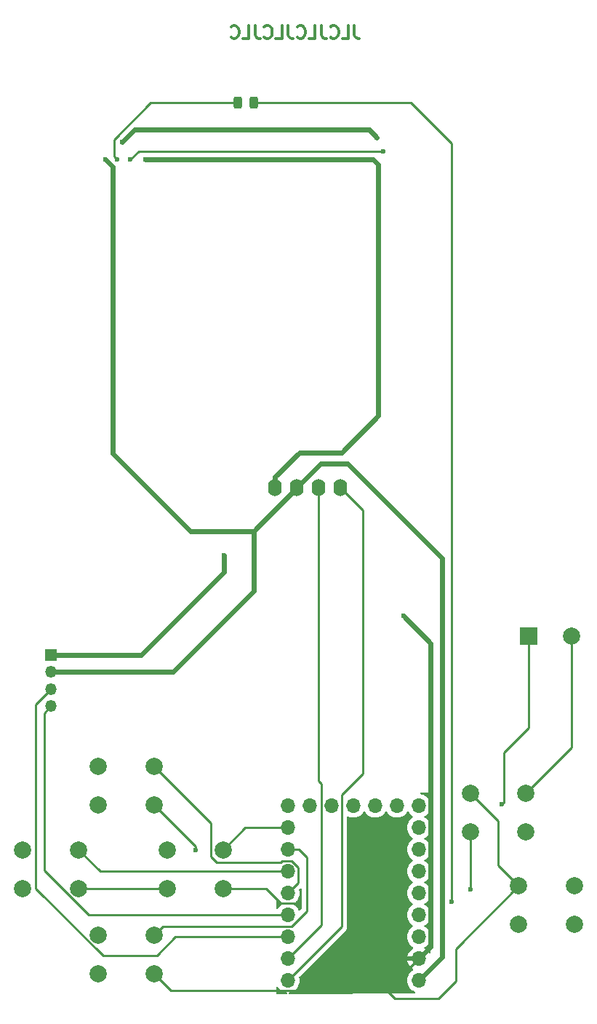
<source format=gbr>
G04 #@! TF.GenerationSoftware,KiCad,Pcbnew,8.0.5-8.0.5-0~ubuntu24.04.1*
G04 #@! TF.CreationDate,2024-09-29T10:35:44+09:00*
G04 #@! TF.ProjectId,gopher_pilot_rp2040_sw,676f7068-6572-45f7-9069-6c6f745f7270,rev?*
G04 #@! TF.SameCoordinates,Original*
G04 #@! TF.FileFunction,Copper,L2,Bot*
G04 #@! TF.FilePolarity,Positive*
%FSLAX46Y46*%
G04 Gerber Fmt 4.6, Leading zero omitted, Abs format (unit mm)*
G04 Created by KiCad (PCBNEW 8.0.5-8.0.5-0~ubuntu24.04.1) date 2024-09-29 10:35:44*
%MOMM*%
%LPD*%
G01*
G04 APERTURE LIST*
G04 Aperture macros list*
%AMRoundRect*
0 Rectangle with rounded corners*
0 $1 Rounding radius*
0 $2 $3 $4 $5 $6 $7 $8 $9 X,Y pos of 4 corners*
0 Add a 4 corners polygon primitive as box body*
4,1,4,$2,$3,$4,$5,$6,$7,$8,$9,$2,$3,0*
0 Add four circle primitives for the rounded corners*
1,1,$1+$1,$2,$3*
1,1,$1+$1,$4,$5*
1,1,$1+$1,$6,$7*
1,1,$1+$1,$8,$9*
0 Add four rect primitives between the rounded corners*
20,1,$1+$1,$2,$3,$4,$5,0*
20,1,$1+$1,$4,$5,$6,$7,0*
20,1,$1+$1,$6,$7,$8,$9,0*
20,1,$1+$1,$8,$9,$2,$3,0*%
G04 Aperture macros list end*
%ADD10C,0.300000*%
G04 #@! TA.AperFunction,NonConductor*
%ADD11C,0.300000*%
G04 #@! TD*
G04 #@! TA.AperFunction,ComponentPad*
%ADD12O,1.700000X1.700000*%
G04 #@! TD*
G04 #@! TA.AperFunction,ComponentPad*
%ADD13O,1.600000X2.000000*%
G04 #@! TD*
G04 #@! TA.AperFunction,ComponentPad*
%ADD14C,2.000000*%
G04 #@! TD*
G04 #@! TA.AperFunction,ComponentPad*
%ADD15R,1.350000X1.350000*%
G04 #@! TD*
G04 #@! TA.AperFunction,ComponentPad*
%ADD16O,1.350000X1.350000*%
G04 #@! TD*
G04 #@! TA.AperFunction,ComponentPad*
%ADD17R,2.000000X2.000000*%
G04 #@! TD*
G04 #@! TA.AperFunction,SMDPad,CuDef*
%ADD18RoundRect,0.243750X0.243750X0.456250X-0.243750X0.456250X-0.243750X-0.456250X0.243750X-0.456250X0*%
G04 #@! TD*
G04 #@! TA.AperFunction,ViaPad*
%ADD19C,0.600000*%
G04 #@! TD*
G04 #@! TA.AperFunction,Conductor*
%ADD20C,0.250000*%
G04 #@! TD*
G04 #@! TA.AperFunction,Conductor*
%ADD21C,0.600000*%
G04 #@! TD*
G04 APERTURE END LIST*
D10*
D11*
X123516917Y-57400828D02*
X123516917Y-58472257D01*
X123516917Y-58472257D02*
X123588346Y-58686542D01*
X123588346Y-58686542D02*
X123731203Y-58829400D01*
X123731203Y-58829400D02*
X123945489Y-58900828D01*
X123945489Y-58900828D02*
X124088346Y-58900828D01*
X122088346Y-58900828D02*
X122802632Y-58900828D01*
X122802632Y-58900828D02*
X122802632Y-57400828D01*
X120731203Y-58757971D02*
X120802631Y-58829400D01*
X120802631Y-58829400D02*
X121016917Y-58900828D01*
X121016917Y-58900828D02*
X121159774Y-58900828D01*
X121159774Y-58900828D02*
X121374060Y-58829400D01*
X121374060Y-58829400D02*
X121516917Y-58686542D01*
X121516917Y-58686542D02*
X121588346Y-58543685D01*
X121588346Y-58543685D02*
X121659774Y-58257971D01*
X121659774Y-58257971D02*
X121659774Y-58043685D01*
X121659774Y-58043685D02*
X121588346Y-57757971D01*
X121588346Y-57757971D02*
X121516917Y-57615114D01*
X121516917Y-57615114D02*
X121374060Y-57472257D01*
X121374060Y-57472257D02*
X121159774Y-57400828D01*
X121159774Y-57400828D02*
X121016917Y-57400828D01*
X121016917Y-57400828D02*
X120802631Y-57472257D01*
X120802631Y-57472257D02*
X120731203Y-57543685D01*
X119659774Y-57400828D02*
X119659774Y-58472257D01*
X119659774Y-58472257D02*
X119731203Y-58686542D01*
X119731203Y-58686542D02*
X119874060Y-58829400D01*
X119874060Y-58829400D02*
X120088346Y-58900828D01*
X120088346Y-58900828D02*
X120231203Y-58900828D01*
X118231203Y-58900828D02*
X118945489Y-58900828D01*
X118945489Y-58900828D02*
X118945489Y-57400828D01*
X116874060Y-58757971D02*
X116945488Y-58829400D01*
X116945488Y-58829400D02*
X117159774Y-58900828D01*
X117159774Y-58900828D02*
X117302631Y-58900828D01*
X117302631Y-58900828D02*
X117516917Y-58829400D01*
X117516917Y-58829400D02*
X117659774Y-58686542D01*
X117659774Y-58686542D02*
X117731203Y-58543685D01*
X117731203Y-58543685D02*
X117802631Y-58257971D01*
X117802631Y-58257971D02*
X117802631Y-58043685D01*
X117802631Y-58043685D02*
X117731203Y-57757971D01*
X117731203Y-57757971D02*
X117659774Y-57615114D01*
X117659774Y-57615114D02*
X117516917Y-57472257D01*
X117516917Y-57472257D02*
X117302631Y-57400828D01*
X117302631Y-57400828D02*
X117159774Y-57400828D01*
X117159774Y-57400828D02*
X116945488Y-57472257D01*
X116945488Y-57472257D02*
X116874060Y-57543685D01*
X115802631Y-57400828D02*
X115802631Y-58472257D01*
X115802631Y-58472257D02*
X115874060Y-58686542D01*
X115874060Y-58686542D02*
X116016917Y-58829400D01*
X116016917Y-58829400D02*
X116231203Y-58900828D01*
X116231203Y-58900828D02*
X116374060Y-58900828D01*
X114374060Y-58900828D02*
X115088346Y-58900828D01*
X115088346Y-58900828D02*
X115088346Y-57400828D01*
X113016917Y-58757971D02*
X113088345Y-58829400D01*
X113088345Y-58829400D02*
X113302631Y-58900828D01*
X113302631Y-58900828D02*
X113445488Y-58900828D01*
X113445488Y-58900828D02*
X113659774Y-58829400D01*
X113659774Y-58829400D02*
X113802631Y-58686542D01*
X113802631Y-58686542D02*
X113874060Y-58543685D01*
X113874060Y-58543685D02*
X113945488Y-58257971D01*
X113945488Y-58257971D02*
X113945488Y-58043685D01*
X113945488Y-58043685D02*
X113874060Y-57757971D01*
X113874060Y-57757971D02*
X113802631Y-57615114D01*
X113802631Y-57615114D02*
X113659774Y-57472257D01*
X113659774Y-57472257D02*
X113445488Y-57400828D01*
X113445488Y-57400828D02*
X113302631Y-57400828D01*
X113302631Y-57400828D02*
X113088345Y-57472257D01*
X113088345Y-57472257D02*
X113016917Y-57543685D01*
X111945488Y-57400828D02*
X111945488Y-58472257D01*
X111945488Y-58472257D02*
X112016917Y-58686542D01*
X112016917Y-58686542D02*
X112159774Y-58829400D01*
X112159774Y-58829400D02*
X112374060Y-58900828D01*
X112374060Y-58900828D02*
X112516917Y-58900828D01*
X110516917Y-58900828D02*
X111231203Y-58900828D01*
X111231203Y-58900828D02*
X111231203Y-57400828D01*
X109159774Y-58757971D02*
X109231202Y-58829400D01*
X109231202Y-58829400D02*
X109445488Y-58900828D01*
X109445488Y-58900828D02*
X109588345Y-58900828D01*
X109588345Y-58900828D02*
X109802631Y-58829400D01*
X109802631Y-58829400D02*
X109945488Y-58686542D01*
X109945488Y-58686542D02*
X110016917Y-58543685D01*
X110016917Y-58543685D02*
X110088345Y-58257971D01*
X110088345Y-58257971D02*
X110088345Y-58043685D01*
X110088345Y-58043685D02*
X110016917Y-57757971D01*
X110016917Y-57757971D02*
X109945488Y-57615114D01*
X109945488Y-57615114D02*
X109802631Y-57472257D01*
X109802631Y-57472257D02*
X109588345Y-57400828D01*
X109588345Y-57400828D02*
X109445488Y-57400828D01*
X109445488Y-57400828D02*
X109231202Y-57472257D01*
X109231202Y-57472257D02*
X109159774Y-57543685D01*
D12*
X115760000Y-168500000D03*
X115760000Y-165960000D03*
X115760000Y-163420000D03*
X115760000Y-160880000D03*
X115760000Y-158340000D03*
X115760000Y-155800000D03*
X115760000Y-153260000D03*
X115760000Y-150720000D03*
X115760000Y-148180000D03*
X118300000Y-148180000D03*
X120840000Y-148180000D03*
X123380000Y-148180000D03*
X125920000Y-148180000D03*
X128460000Y-148180000D03*
X131000000Y-148180000D03*
X131000000Y-150720000D03*
X131000000Y-153260000D03*
X131000000Y-155800000D03*
X131000000Y-158340000D03*
X131000000Y-160880000D03*
X131000000Y-163420000D03*
X131000000Y-165960000D03*
X131000000Y-168500000D03*
D13*
X114280000Y-111200000D03*
X116820000Y-111200000D03*
X119360000Y-111200000D03*
X121900000Y-111200000D03*
D14*
X137000000Y-146700000D03*
X143500000Y-146700000D03*
X137000000Y-151200000D03*
X143500000Y-151200000D03*
X84900000Y-153300000D03*
X91400000Y-153300000D03*
X84900000Y-157800000D03*
X91400000Y-157800000D03*
X93700000Y-163200000D03*
X100200000Y-163200000D03*
X93700000Y-167700000D03*
X100200000Y-167700000D03*
D15*
X88200000Y-130600000D03*
D16*
X88200000Y-132600000D03*
X88200000Y-134600000D03*
X88200000Y-136600000D03*
D14*
X93700000Y-143600000D03*
X100200000Y-143600000D03*
X93700000Y-148100000D03*
X100200000Y-148100000D03*
X101700000Y-153300000D03*
X108200000Y-153300000D03*
X101700000Y-157800000D03*
X108200000Y-157800000D03*
X142600000Y-157500000D03*
X149100000Y-157500000D03*
X142600000Y-162000000D03*
X149100000Y-162000000D03*
D17*
X143800000Y-128400000D03*
D14*
X148800000Y-128400000D03*
D18*
X111800000Y-66400000D03*
X109925000Y-66400000D03*
D19*
X126300000Y-73600000D03*
X108300000Y-119000000D03*
X117000000Y-159500000D03*
X129200000Y-126100000D03*
X99200000Y-73000000D03*
X105000000Y-153300000D03*
X94488000Y-72961500D03*
X96431100Y-70980300D03*
X126136400Y-70408800D03*
X95859600Y-72961500D03*
X97409000Y-72999600D03*
X126885700Y-72034400D03*
X140700000Y-148000000D03*
X134800000Y-159300000D03*
X137000000Y-157900000D03*
D20*
X140200000Y-155100000D02*
X142600000Y-157500000D01*
X143500000Y-146700000D02*
X148800000Y-141400000D01*
X142600000Y-157500000D02*
X135300000Y-164800000D01*
X115115000Y-159515000D02*
X116985000Y-159515000D01*
X113200000Y-157800000D02*
X114900000Y-159500000D01*
X135300000Y-168600000D02*
X133300000Y-170600000D01*
X115100000Y-159500000D02*
X115115000Y-159515000D01*
D21*
X122000000Y-107100000D02*
X117100000Y-107100000D01*
D20*
X140200000Y-149900000D02*
X140200000Y-155100000D01*
X91400000Y-157800000D02*
X99800000Y-157800000D01*
X127285000Y-169675000D02*
X131000000Y-165960000D01*
D21*
X117100000Y-107100000D02*
X114280000Y-109920000D01*
D20*
X108200000Y-157800000D02*
X113200000Y-157800000D01*
X116985000Y-159515000D02*
X117000000Y-159500000D01*
X99800000Y-157800000D02*
X101700000Y-157800000D01*
D21*
X114280000Y-109920000D02*
X114280000Y-111200000D01*
D20*
X102175000Y-169675000D02*
X127285000Y-169675000D01*
X100200000Y-148100000D02*
X105000000Y-152900000D01*
D21*
X132350000Y-129250000D02*
X132350000Y-164610000D01*
X108300000Y-119000000D02*
X108300000Y-121000000D01*
X99200000Y-73000000D02*
X125700000Y-73000000D01*
D20*
X128210000Y-170600000D02*
X127285000Y-169675000D01*
D21*
X108300000Y-121000000D02*
X98700000Y-130600000D01*
D20*
X114900000Y-159500000D02*
X115100000Y-159500000D01*
X100200000Y-167700000D02*
X102175000Y-169675000D01*
X135300000Y-164800000D02*
X135300000Y-168600000D01*
X137000000Y-146700000D02*
X140200000Y-149900000D01*
D21*
X132350000Y-164610000D02*
X131000000Y-165960000D01*
D20*
X148800000Y-141400000D02*
X148800000Y-128400000D01*
D21*
X126300000Y-102800000D02*
X122000000Y-107100000D01*
X126300000Y-73600000D02*
X126300000Y-102800000D01*
X129200000Y-126100000D02*
X132350000Y-129250000D01*
D20*
X105000000Y-152900000D02*
X105000000Y-153300000D01*
D21*
X125700000Y-73000000D02*
X126300000Y-73600000D01*
X98700000Y-130600000D02*
X88200000Y-130600000D01*
D20*
X133300000Y-170600000D02*
X128210000Y-170600000D01*
D21*
X116820000Y-111420000D02*
X116820000Y-111200000D01*
X133700000Y-165800000D02*
X131000000Y-168500000D01*
X96431100Y-70980300D02*
X96431100Y-70968900D01*
X95400000Y-73800000D02*
X94561500Y-72961500D01*
X95400000Y-107200000D02*
X104420000Y-116220000D01*
X97900000Y-69500000D02*
X125227600Y-69500000D01*
X111800000Y-116220000D02*
X116820000Y-111200000D01*
X111800000Y-123200000D02*
X102400000Y-132600000D01*
X95400000Y-107200000D02*
X95400000Y-73800000D01*
X116820000Y-111200000D02*
X119620000Y-108400000D01*
X102400000Y-132600000D02*
X88200000Y-132600000D01*
X125227600Y-69500000D02*
X126136400Y-70408800D01*
X122700000Y-108400000D02*
X133700000Y-119400000D01*
X104420000Y-116220000D02*
X111800000Y-116220000D01*
X111800000Y-116220000D02*
X111800000Y-123200000D01*
X94561500Y-72961500D02*
X94488000Y-72961500D01*
X133700000Y-119400000D02*
X133700000Y-165800000D01*
X96431100Y-70968900D02*
X97900000Y-69500000D01*
X119620000Y-108400000D02*
X122700000Y-108400000D01*
D20*
X99800000Y-66400000D02*
X109925000Y-66400000D01*
X95500000Y-72601900D02*
X95859600Y-72961500D01*
X95500000Y-70700000D02*
X95500000Y-72601900D01*
X95500000Y-70700000D02*
X99800000Y-66400000D01*
X97409000Y-72999600D02*
X98374200Y-72034400D01*
X98374200Y-72034400D02*
X126885700Y-72034400D01*
X122015000Y-162245000D02*
X115760000Y-168500000D01*
X122015000Y-146885001D02*
X122015000Y-162245000D01*
X124468346Y-113768346D02*
X124468346Y-144431655D01*
X124468346Y-144431655D02*
X122015000Y-146885001D01*
X121900000Y-111200000D02*
X124468346Y-113768346D01*
X119665000Y-145635000D02*
X119665000Y-162055000D01*
X119360000Y-142200000D02*
X119360000Y-142240000D01*
X119360000Y-145260000D02*
X119700000Y-145600000D01*
X115760000Y-165960000D02*
X119665000Y-162055000D01*
X119360000Y-111200000D02*
X119360000Y-142100000D01*
X119700000Y-145600000D02*
X119665000Y-145635000D01*
X119360000Y-142100000D02*
X119360000Y-142200000D01*
X119360000Y-142100000D02*
X119360000Y-145260000D01*
X86400000Y-157773833D02*
X94226167Y-165600000D01*
X100500000Y-165600000D02*
X102680000Y-163420000D01*
X86400000Y-136400000D02*
X86400000Y-157773833D01*
X88200000Y-134600000D02*
X86400000Y-136400000D01*
X94226167Y-165600000D02*
X100500000Y-165600000D01*
X102680000Y-163420000D02*
X115760000Y-163420000D01*
X87400000Y-155673833D02*
X87400000Y-137400000D01*
X92606167Y-160880000D02*
X115760000Y-160880000D01*
X87400000Y-137400000D02*
X88200000Y-136600000D01*
X87400000Y-155673833D02*
X92606167Y-160880000D01*
X140700000Y-148000000D02*
X140900000Y-147800000D01*
X140900000Y-147800000D02*
X140900000Y-142000000D01*
X143800000Y-139100000D02*
X143800000Y-128400000D01*
X140900000Y-142000000D02*
X143800000Y-139100000D01*
X134800000Y-71100000D02*
X134800000Y-159300000D01*
X111800000Y-66400000D02*
X130100000Y-66400000D01*
X130200000Y-66500000D02*
X134800000Y-71100000D01*
X130100000Y-66400000D02*
X130200000Y-66500000D01*
X116221701Y-154600000D02*
X117000000Y-155378299D01*
X106800000Y-154100000D02*
X107500000Y-154800000D01*
X107500000Y-154800000D02*
X114908299Y-154800000D01*
X115108299Y-154600000D02*
X116221701Y-154600000D01*
X100200000Y-143600000D02*
X106800000Y-150200000D01*
X117000000Y-157100000D02*
X115760000Y-158340000D01*
X114908299Y-154800000D02*
X115108299Y-154600000D01*
X106800000Y-150200000D02*
X106800000Y-154100000D01*
X117000000Y-155378299D02*
X117000000Y-157100000D01*
X93900000Y-155800000D02*
X91400000Y-153300000D01*
X115760000Y-155800000D02*
X93900000Y-155800000D01*
X116200000Y-162200000D02*
X118000000Y-160400000D01*
X101200000Y-162200000D02*
X116200000Y-162200000D01*
X118000000Y-154200000D02*
X117060000Y-153260000D01*
X100200000Y-163200000D02*
X101200000Y-162200000D01*
X117060000Y-153260000D02*
X115760000Y-153260000D01*
X118000000Y-160400000D02*
X118000000Y-154200000D01*
X115760000Y-150720000D02*
X110780000Y-150720000D01*
X110780000Y-150720000D02*
X108200000Y-153300000D01*
X137000000Y-157900000D02*
X137000000Y-151200000D01*
G04 #@! TA.AperFunction,Conductor*
G36*
X114605203Y-169224943D02*
G01*
X114627804Y-169250829D01*
X114684278Y-169337268D01*
X114684283Y-169337273D01*
X114684284Y-169337276D01*
X114836756Y-169502902D01*
X114836760Y-169502906D01*
X115014424Y-169641189D01*
X115014425Y-169641189D01*
X115014427Y-169641191D01*
X115141135Y-169709761D01*
X115212426Y-169748342D01*
X115318895Y-169784893D01*
X115425361Y-169821443D01*
X115425363Y-169821443D01*
X115425365Y-169821444D01*
X115566188Y-169844943D01*
X115579995Y-169847247D01*
X115642880Y-169877698D01*
X115679319Y-169937312D01*
X115677744Y-170007164D01*
X115638654Y-170065076D01*
X115574461Y-170092661D01*
X115560274Y-170093554D01*
X114524689Y-170099307D01*
X114457541Y-170079995D01*
X114411494Y-170027446D01*
X114400000Y-169975309D01*
X114400000Y-169318656D01*
X114419685Y-169251617D01*
X114472489Y-169205862D01*
X114541647Y-169195918D01*
X114605203Y-169224943D01*
G37*
G04 #@! TD.AperFunction*
G04 #@! TA.AperFunction,Conductor*
G36*
X129811905Y-148853515D02*
G01*
X129833804Y-148878787D01*
X129924278Y-149017268D01*
X129924283Y-149017273D01*
X129924284Y-149017276D01*
X130076756Y-149182902D01*
X130076760Y-149182906D01*
X130254424Y-149321189D01*
X130254429Y-149321191D01*
X130254431Y-149321193D01*
X130290930Y-149340946D01*
X130340520Y-149390165D01*
X130355628Y-149458382D01*
X130331457Y-149523937D01*
X130290930Y-149559054D01*
X130254431Y-149578806D01*
X130254422Y-149578812D01*
X130076761Y-149717092D01*
X130076756Y-149717097D01*
X129924284Y-149882723D01*
X129924276Y-149882734D01*
X129801140Y-150071207D01*
X129710703Y-150277385D01*
X129655436Y-150495628D01*
X129655434Y-150495640D01*
X129636844Y-150719994D01*
X129636844Y-150720005D01*
X129655434Y-150944359D01*
X129655436Y-150944371D01*
X129710703Y-151162614D01*
X129801140Y-151368792D01*
X129924276Y-151557265D01*
X129924284Y-151557276D01*
X130076756Y-151722902D01*
X130076760Y-151722906D01*
X130254424Y-151861189D01*
X130254429Y-151861191D01*
X130254431Y-151861193D01*
X130290930Y-151880946D01*
X130340520Y-151930165D01*
X130355628Y-151998382D01*
X130331457Y-152063937D01*
X130290930Y-152099054D01*
X130254431Y-152118806D01*
X130254422Y-152118812D01*
X130076761Y-152257092D01*
X130076756Y-152257097D01*
X129924284Y-152422723D01*
X129924276Y-152422734D01*
X129801140Y-152611207D01*
X129710703Y-152817385D01*
X129655436Y-153035628D01*
X129655434Y-153035640D01*
X129636844Y-153259994D01*
X129636844Y-153260005D01*
X129655434Y-153484359D01*
X129655436Y-153484371D01*
X129710703Y-153702614D01*
X129801140Y-153908792D01*
X129924276Y-154097265D01*
X129924284Y-154097276D01*
X130076756Y-154262902D01*
X130076760Y-154262906D01*
X130254424Y-154401189D01*
X130254429Y-154401191D01*
X130254431Y-154401193D01*
X130290930Y-154420946D01*
X130340520Y-154470165D01*
X130355628Y-154538382D01*
X130331457Y-154603937D01*
X130290930Y-154639054D01*
X130254431Y-154658806D01*
X130254422Y-154658812D01*
X130076761Y-154797092D01*
X130076756Y-154797097D01*
X129924284Y-154962723D01*
X129924276Y-154962734D01*
X129801140Y-155151207D01*
X129710703Y-155357385D01*
X129655436Y-155575628D01*
X129655434Y-155575640D01*
X129636844Y-155799994D01*
X129636844Y-155800005D01*
X129655434Y-156024359D01*
X129655436Y-156024371D01*
X129710703Y-156242614D01*
X129801140Y-156448792D01*
X129924276Y-156637265D01*
X129924284Y-156637276D01*
X130076756Y-156802902D01*
X130076760Y-156802906D01*
X130254424Y-156941189D01*
X130254429Y-156941191D01*
X130254431Y-156941193D01*
X130290930Y-156960946D01*
X130340520Y-157010165D01*
X130355628Y-157078382D01*
X130331457Y-157143937D01*
X130290930Y-157179054D01*
X130254431Y-157198806D01*
X130254422Y-157198812D01*
X130076761Y-157337092D01*
X130076756Y-157337097D01*
X129924284Y-157502723D01*
X129924276Y-157502734D01*
X129801140Y-157691207D01*
X129710703Y-157897385D01*
X129655436Y-158115628D01*
X129655434Y-158115640D01*
X129636844Y-158339994D01*
X129636844Y-158340005D01*
X129655434Y-158564359D01*
X129655436Y-158564371D01*
X129710703Y-158782614D01*
X129801140Y-158988792D01*
X129924276Y-159177265D01*
X129924284Y-159177276D01*
X130076756Y-159342902D01*
X130076760Y-159342906D01*
X130254424Y-159481189D01*
X130254429Y-159481191D01*
X130254431Y-159481193D01*
X130290930Y-159500946D01*
X130340520Y-159550165D01*
X130355628Y-159618382D01*
X130331457Y-159683937D01*
X130290930Y-159719054D01*
X130254431Y-159738806D01*
X130254422Y-159738812D01*
X130076761Y-159877092D01*
X130076756Y-159877097D01*
X129924284Y-160042723D01*
X129924276Y-160042734D01*
X129801140Y-160231207D01*
X129710703Y-160437385D01*
X129655436Y-160655628D01*
X129655434Y-160655640D01*
X129636844Y-160879994D01*
X129636844Y-160880005D01*
X129655434Y-161104359D01*
X129655436Y-161104371D01*
X129710703Y-161322614D01*
X129801140Y-161528792D01*
X129924276Y-161717265D01*
X129924284Y-161717276D01*
X130027056Y-161828914D01*
X130076760Y-161882906D01*
X130254424Y-162021189D01*
X130254429Y-162021191D01*
X130254431Y-162021193D01*
X130290930Y-162040946D01*
X130340520Y-162090165D01*
X130355628Y-162158382D01*
X130331457Y-162223937D01*
X130290930Y-162259054D01*
X130254431Y-162278806D01*
X130254422Y-162278812D01*
X130076761Y-162417092D01*
X130076756Y-162417097D01*
X129924284Y-162582723D01*
X129924276Y-162582734D01*
X129801140Y-162771207D01*
X129710703Y-162977385D01*
X129655436Y-163195628D01*
X129655434Y-163195640D01*
X129636844Y-163419994D01*
X129636844Y-163420005D01*
X129655434Y-163644359D01*
X129655436Y-163644371D01*
X129710703Y-163862614D01*
X129801140Y-164068792D01*
X129924276Y-164257265D01*
X129924284Y-164257276D01*
X130076756Y-164422902D01*
X130076760Y-164422906D01*
X130254424Y-164561189D01*
X130290932Y-164580946D01*
X130297695Y-164584606D01*
X130347286Y-164633825D01*
X130362394Y-164702042D01*
X130338224Y-164767597D01*
X130309802Y-164795236D01*
X130128922Y-164921890D01*
X130128920Y-164921891D01*
X129961891Y-165088920D01*
X129961886Y-165088926D01*
X129826400Y-165282420D01*
X129826399Y-165282422D01*
X129726570Y-165496507D01*
X129726567Y-165496513D01*
X129669364Y-165709999D01*
X129669364Y-165710000D01*
X130566988Y-165710000D01*
X130534075Y-165767007D01*
X130500000Y-165894174D01*
X130500000Y-166025826D01*
X130534075Y-166152993D01*
X130566988Y-166210000D01*
X129669364Y-166210000D01*
X129726567Y-166423486D01*
X129726570Y-166423492D01*
X129826399Y-166637578D01*
X129961894Y-166831082D01*
X130128917Y-166998105D01*
X130309802Y-167124763D01*
X130353427Y-167179340D01*
X130360619Y-167248839D01*
X130329097Y-167311193D01*
X130297697Y-167335392D01*
X130254427Y-167358809D01*
X130254422Y-167358812D01*
X130076761Y-167497092D01*
X130076756Y-167497097D01*
X129924284Y-167662723D01*
X129924276Y-167662734D01*
X129801140Y-167851207D01*
X129710703Y-168057385D01*
X129655436Y-168275628D01*
X129655434Y-168275640D01*
X129636844Y-168499994D01*
X129636844Y-168500005D01*
X129655434Y-168724359D01*
X129655436Y-168724371D01*
X129710703Y-168942614D01*
X129801140Y-169148792D01*
X129924276Y-169337265D01*
X129924284Y-169337276D01*
X130076756Y-169502902D01*
X130076760Y-169502906D01*
X130254424Y-169641189D01*
X130254425Y-169641189D01*
X130254427Y-169641191D01*
X130381135Y-169709761D01*
X130452426Y-169748342D01*
X130496504Y-169763474D01*
X130513821Y-169769419D01*
X130570837Y-169809804D01*
X130596968Y-169874603D01*
X130583917Y-169943243D01*
X130535828Y-169993931D01*
X130474248Y-170010698D01*
X115974907Y-170091250D01*
X115907759Y-170071938D01*
X115861712Y-170019389D01*
X115851384Y-169950287D01*
X115880055Y-169886571D01*
X115938623Y-169848471D01*
X115953800Y-169844944D01*
X116094635Y-169821444D01*
X116307574Y-169748342D01*
X116505576Y-169641189D01*
X116683240Y-169502906D01*
X116835722Y-169337268D01*
X116958860Y-169148791D01*
X117049296Y-168942616D01*
X117104564Y-168724368D01*
X117123156Y-168500000D01*
X117104564Y-168275632D01*
X117076538Y-168164960D01*
X117079163Y-168095140D01*
X117109061Y-168046841D01*
X122507071Y-162648833D01*
X122576400Y-162545075D01*
X122624155Y-162429785D01*
X122648500Y-162307394D01*
X122648500Y-162182606D01*
X122648500Y-149536905D01*
X122668185Y-149469866D01*
X122720989Y-149424111D01*
X122790147Y-149414167D01*
X122827606Y-149426557D01*
X122827728Y-149426281D01*
X122830664Y-149427569D01*
X122831521Y-149427852D01*
X122832426Y-149428342D01*
X123045365Y-149501444D01*
X123267431Y-149538500D01*
X123492569Y-149538500D01*
X123714635Y-149501444D01*
X123927574Y-149428342D01*
X124125576Y-149321189D01*
X124303240Y-149182906D01*
X124455722Y-149017268D01*
X124546193Y-148878790D01*
X124599338Y-148833437D01*
X124668569Y-148824013D01*
X124731905Y-148853515D01*
X124753804Y-148878787D01*
X124844278Y-149017268D01*
X124844283Y-149017273D01*
X124844284Y-149017276D01*
X124996756Y-149182902D01*
X124996760Y-149182906D01*
X125174424Y-149321189D01*
X125174425Y-149321189D01*
X125174427Y-149321191D01*
X125275824Y-149376064D01*
X125372426Y-149428342D01*
X125585365Y-149501444D01*
X125807431Y-149538500D01*
X126032569Y-149538500D01*
X126254635Y-149501444D01*
X126467574Y-149428342D01*
X126665576Y-149321189D01*
X126843240Y-149182906D01*
X126995722Y-149017268D01*
X127086193Y-148878790D01*
X127139338Y-148833437D01*
X127208569Y-148824013D01*
X127271905Y-148853515D01*
X127293804Y-148878787D01*
X127384278Y-149017268D01*
X127384283Y-149017273D01*
X127384284Y-149017276D01*
X127536756Y-149182902D01*
X127536760Y-149182906D01*
X127714424Y-149321189D01*
X127714425Y-149321189D01*
X127714427Y-149321191D01*
X127815824Y-149376064D01*
X127912426Y-149428342D01*
X128125365Y-149501444D01*
X128347431Y-149538500D01*
X128572569Y-149538500D01*
X128794635Y-149501444D01*
X129007574Y-149428342D01*
X129205576Y-149321189D01*
X129383240Y-149182906D01*
X129535722Y-149017268D01*
X129626193Y-148878790D01*
X129679338Y-148833437D01*
X129748569Y-148824013D01*
X129811905Y-148853515D01*
G37*
G04 #@! TD.AperFunction*
G04 #@! TA.AperFunction,Conductor*
G36*
X132357905Y-164084332D02*
G01*
X132395236Y-164143393D01*
X132400000Y-164177432D01*
X132400000Y-165212476D01*
X132380315Y-165279515D01*
X132327511Y-165325270D01*
X132258353Y-165335214D01*
X132194797Y-165306189D01*
X132174425Y-165283600D01*
X132038109Y-165088922D01*
X132038108Y-165088920D01*
X131871082Y-164921894D01*
X131690197Y-164795236D01*
X131646572Y-164740659D01*
X131639380Y-164671160D01*
X131670902Y-164608806D01*
X131702300Y-164584608D01*
X131745576Y-164561189D01*
X131923240Y-164422906D01*
X132075722Y-164257268D01*
X132172192Y-164109608D01*
X132225338Y-164064254D01*
X132294569Y-164054830D01*
X132357905Y-164084332D01*
G37*
G04 #@! TD.AperFunction*
G04 #@! TA.AperFunction,Conductor*
G36*
X132357905Y-161544332D02*
G01*
X132395236Y-161603393D01*
X132400000Y-161637432D01*
X132400000Y-162662567D01*
X132380315Y-162729606D01*
X132327511Y-162775361D01*
X132258353Y-162785305D01*
X132194797Y-162756280D01*
X132172192Y-162730389D01*
X132089508Y-162603833D01*
X132075722Y-162582732D01*
X132075719Y-162582729D01*
X132075715Y-162582723D01*
X131923243Y-162417097D01*
X131923238Y-162417092D01*
X131745577Y-162278812D01*
X131745578Y-162278812D01*
X131745576Y-162278811D01*
X131709070Y-162259055D01*
X131659479Y-162209836D01*
X131644371Y-162141619D01*
X131668541Y-162076064D01*
X131709070Y-162040945D01*
X131709084Y-162040936D01*
X131745576Y-162021189D01*
X131923240Y-161882906D01*
X132022614Y-161774957D01*
X132075715Y-161717276D01*
X132075715Y-161717275D01*
X132075722Y-161717268D01*
X132172192Y-161569608D01*
X132225338Y-161524254D01*
X132294569Y-161514830D01*
X132357905Y-161544332D01*
G37*
G04 #@! TD.AperFunction*
G04 #@! TA.AperFunction,Conductor*
G36*
X117285834Y-157812583D02*
G01*
X117341767Y-157854455D01*
X117366184Y-157919919D01*
X117366500Y-157928765D01*
X117366500Y-158278682D01*
X117347125Y-158344661D01*
X117363956Y-158376327D01*
X117366500Y-158401317D01*
X117366500Y-160086233D01*
X117346815Y-160153272D01*
X117330181Y-160173915D01*
X117182939Y-160321156D01*
X117121616Y-160354640D01*
X117051924Y-160349656D01*
X116995991Y-160307784D01*
X116981702Y-160283283D01*
X116958860Y-160231209D01*
X116927981Y-160183945D01*
X116835722Y-160042732D01*
X116835719Y-160042729D01*
X116835715Y-160042723D01*
X116683243Y-159877097D01*
X116683238Y-159877092D01*
X116505577Y-159738812D01*
X116505578Y-159738812D01*
X116505576Y-159738811D01*
X116469070Y-159719055D01*
X116419479Y-159669836D01*
X116404371Y-159601619D01*
X116428541Y-159536064D01*
X116469070Y-159500945D01*
X116469084Y-159500936D01*
X116505576Y-159481189D01*
X116683240Y-159342906D01*
X116835722Y-159177268D01*
X116958860Y-158988791D01*
X117049296Y-158782616D01*
X117104564Y-158564368D01*
X117118924Y-158391077D01*
X117139325Y-158338206D01*
X117123523Y-158313617D01*
X117118924Y-158288922D01*
X117104565Y-158115640D01*
X117104564Y-158115637D01*
X117104564Y-158115632D01*
X117076538Y-158004960D01*
X117079163Y-157935141D01*
X117109063Y-157886840D01*
X117154819Y-157841084D01*
X117216142Y-157807599D01*
X117285834Y-157812583D01*
G37*
G04 #@! TD.AperFunction*
G04 #@! TA.AperFunction,Conductor*
G36*
X132357905Y-159004332D02*
G01*
X132395236Y-159063393D01*
X132400000Y-159097432D01*
X132400000Y-160122567D01*
X132380315Y-160189606D01*
X132327511Y-160235361D01*
X132258353Y-160245305D01*
X132194797Y-160216280D01*
X132172192Y-160190389D01*
X132075723Y-160042734D01*
X132075715Y-160042723D01*
X131923243Y-159877097D01*
X131923238Y-159877092D01*
X131745577Y-159738812D01*
X131745578Y-159738812D01*
X131745576Y-159738811D01*
X131709070Y-159719055D01*
X131659479Y-159669836D01*
X131644371Y-159601619D01*
X131668541Y-159536064D01*
X131709070Y-159500945D01*
X131709084Y-159500936D01*
X131745576Y-159481189D01*
X131923240Y-159342906D01*
X132075722Y-159177268D01*
X132172192Y-159029608D01*
X132225338Y-158984254D01*
X132294569Y-158974830D01*
X132357905Y-159004332D01*
G37*
G04 #@! TD.AperFunction*
G04 #@! TA.AperFunction,Conductor*
G36*
X114605203Y-159064943D02*
G01*
X114627804Y-159090829D01*
X114684278Y-159177268D01*
X114684283Y-159177273D01*
X114684284Y-159177276D01*
X114836756Y-159342902D01*
X114836760Y-159342906D01*
X115014424Y-159481189D01*
X115014429Y-159481191D01*
X115014431Y-159481193D01*
X115050930Y-159500946D01*
X115100520Y-159550165D01*
X115115628Y-159618382D01*
X115091457Y-159683937D01*
X115050930Y-159719054D01*
X115014431Y-159738806D01*
X115014422Y-159738812D01*
X114836761Y-159877092D01*
X114836756Y-159877097D01*
X114684284Y-160042723D01*
X114684276Y-160042734D01*
X114627808Y-160129165D01*
X114574662Y-160174522D01*
X114505430Y-160183945D01*
X114442095Y-160154443D01*
X114404763Y-160095382D01*
X114400000Y-160061343D01*
X114400000Y-159158656D01*
X114419685Y-159091617D01*
X114472489Y-159045862D01*
X114541647Y-159035918D01*
X114605203Y-159064943D01*
G37*
G04 #@! TD.AperFunction*
G04 #@! TA.AperFunction,Conductor*
G36*
X132357905Y-156464332D02*
G01*
X132395236Y-156523393D01*
X132400000Y-156557432D01*
X132400000Y-157582567D01*
X132380315Y-157649606D01*
X132327511Y-157695361D01*
X132258353Y-157705305D01*
X132194797Y-157676280D01*
X132172192Y-157650389D01*
X132075723Y-157502734D01*
X132075715Y-157502723D01*
X131923243Y-157337097D01*
X131923238Y-157337092D01*
X131745577Y-157198812D01*
X131745578Y-157198812D01*
X131745576Y-157198811D01*
X131709070Y-157179055D01*
X131659479Y-157129836D01*
X131644371Y-157061619D01*
X131668541Y-156996064D01*
X131709070Y-156960945D01*
X131709084Y-156960936D01*
X131745576Y-156941189D01*
X131923240Y-156802906D01*
X132075722Y-156637268D01*
X132172192Y-156489608D01*
X132225338Y-156444254D01*
X132294569Y-156434830D01*
X132357905Y-156464332D01*
G37*
G04 #@! TD.AperFunction*
G04 #@! TA.AperFunction,Conductor*
G36*
X132357905Y-153924332D02*
G01*
X132395236Y-153983393D01*
X132400000Y-154017432D01*
X132400000Y-155042567D01*
X132380315Y-155109606D01*
X132327511Y-155155361D01*
X132258353Y-155165305D01*
X132194797Y-155136280D01*
X132172192Y-155110389D01*
X132075723Y-154962734D01*
X132075715Y-154962723D01*
X131923243Y-154797097D01*
X131923238Y-154797092D01*
X131745577Y-154658812D01*
X131745578Y-154658812D01*
X131745576Y-154658811D01*
X131709070Y-154639055D01*
X131659479Y-154589836D01*
X131644371Y-154521619D01*
X131668541Y-154456064D01*
X131709070Y-154420945D01*
X131709084Y-154420936D01*
X131745576Y-154401189D01*
X131923240Y-154262906D01*
X132075722Y-154097268D01*
X132172192Y-153949608D01*
X132225338Y-153904254D01*
X132294569Y-153894830D01*
X132357905Y-153924332D01*
G37*
G04 #@! TD.AperFunction*
G04 #@! TA.AperFunction,Conductor*
G36*
X132357905Y-151384332D02*
G01*
X132395236Y-151443393D01*
X132400000Y-151477432D01*
X132400000Y-152502567D01*
X132380315Y-152569606D01*
X132327511Y-152615361D01*
X132258353Y-152625305D01*
X132194797Y-152596280D01*
X132172192Y-152570389D01*
X132075723Y-152422734D01*
X132075715Y-152422723D01*
X131923243Y-152257097D01*
X131923238Y-152257092D01*
X131745577Y-152118812D01*
X131745578Y-152118812D01*
X131745576Y-152118811D01*
X131709070Y-152099055D01*
X131659479Y-152049836D01*
X131644371Y-151981619D01*
X131668541Y-151916064D01*
X131709070Y-151880945D01*
X131709084Y-151880936D01*
X131745576Y-151861189D01*
X131923240Y-151722906D01*
X132075722Y-151557268D01*
X132172192Y-151409608D01*
X132225338Y-151364254D01*
X132294569Y-151354830D01*
X132357905Y-151384332D01*
G37*
G04 #@! TD.AperFunction*
G04 #@! TA.AperFunction,Conductor*
G36*
X132357905Y-148844332D02*
G01*
X132395236Y-148903393D01*
X132400000Y-148937432D01*
X132400000Y-149962567D01*
X132380315Y-150029606D01*
X132327511Y-150075361D01*
X132258353Y-150085305D01*
X132194797Y-150056280D01*
X132172192Y-150030389D01*
X132075723Y-149882734D01*
X132075715Y-149882723D01*
X131923243Y-149717097D01*
X131923238Y-149717092D01*
X131745577Y-149578812D01*
X131745578Y-149578812D01*
X131745576Y-149578811D01*
X131709070Y-149559055D01*
X131659479Y-149509836D01*
X131644371Y-149441619D01*
X131668541Y-149376064D01*
X131709070Y-149340945D01*
X131709084Y-149340936D01*
X131745576Y-149321189D01*
X131923240Y-149182906D01*
X132075722Y-149017268D01*
X132172192Y-148869608D01*
X132225338Y-148824254D01*
X132294569Y-148814830D01*
X132357905Y-148844332D01*
G37*
G04 #@! TD.AperFunction*
G04 #@! TA.AperFunction,Conductor*
G36*
X132343039Y-146619685D02*
G01*
X132388794Y-146672489D01*
X132400000Y-146724000D01*
X132400000Y-147422567D01*
X132380315Y-147489606D01*
X132327511Y-147535361D01*
X132258353Y-147545305D01*
X132194797Y-147516280D01*
X132172192Y-147490389D01*
X132075723Y-147342734D01*
X132075715Y-147342723D01*
X131923243Y-147177097D01*
X131923238Y-147177092D01*
X131745577Y-147038812D01*
X131745572Y-147038808D01*
X131547580Y-146931661D01*
X131547577Y-146931659D01*
X131547574Y-146931658D01*
X131547571Y-146931657D01*
X131547569Y-146931656D01*
X131334637Y-146858556D01*
X131261243Y-146846309D01*
X131198357Y-146815859D01*
X131161918Y-146756244D01*
X131163493Y-146686392D01*
X131202583Y-146628480D01*
X131266776Y-146600896D01*
X131281652Y-146600000D01*
X132276000Y-146600000D01*
X132343039Y-146619685D01*
G37*
G04 #@! TD.AperFunction*
M02*

</source>
